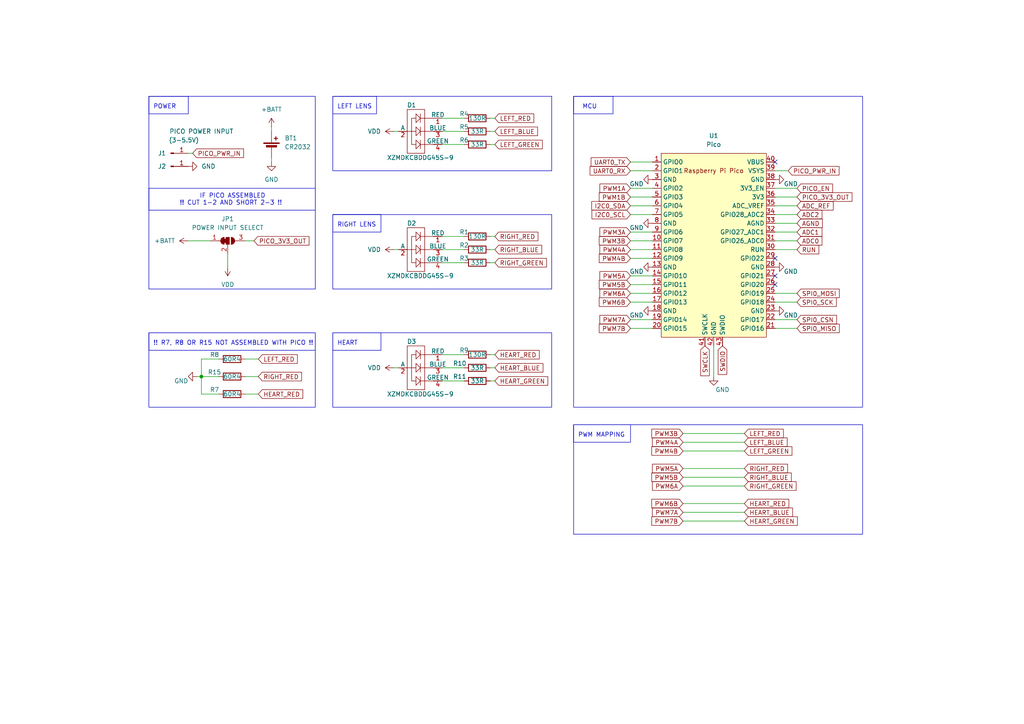
<source format=kicad_sch>
(kicad_sch (version 20230121) (generator eeschema)
  (paper "A4")
  (title_block (title "NCSC-FI Cyberalpakka Badge") (date "2024-01-25") (rev "6") (company "Traficom") (comment 3 "heikki.juva@traficom.fi") (comment 4 "Heikki Juva"))
  (lib_symbols
    (symbol "Connector:Conn_01x01_Pin" (pin_names (offset 1.016) hide)
      (property "Reference" "J" (at 0 2.54 0))
      (property "Value" "Conn_01x01_Pin" (at 0 -2.54 0))
      (symbol "Conn_01x01_Pin_1_1"
        (polyline (pts (xy 1.27 0) (xy 0.8636 0)) (stroke (width 0.1524)))
        (rectangle (start 0.8636 0.127) (end 0 -0.127) (stroke (width 0.1524)) (fill (type outline)))
        (pin passive line (at 5.08 0 180) (length 3.81) (name "Pin_1") (number "1"))
      )
    )
    (symbol "Cyberalpakka_kicad_symbols:RGB_LED" (pin_names (offset 0))
      (property "Reference" "D" (at -3.81 7.62 0))
      (property "Value" "XZMDKCBDDG45S-9" (at -2.54 -8.89 0))
      (symbol "RGB_LED_0_1"
        (rectangle (start -3.81 6.35) (end 1.27 -6.35))
        (polyline (pts (xy -2.54 0) (xy -1.27 0)))
        (polyline (pts (xy 0 -3.81) (xy 3.81 -3.81)))
        (polyline (pts (xy 0 -2.54) (xy 0 -5.08)))
        (polyline (pts (xy 0 0) (xy 3.81 0)))
        (polyline (pts (xy 0 1.27) (xy 0 -1.27)))
        (polyline (pts (xy 0 3.81) (xy 3.81 3.81)))
        (polyline (pts (xy 0 5.08) (xy 0 2.54)))
        (polyline (pts (xy -2.54 0) (xy -2.54 -3.81) (xy -1.27 -3.81)))
        (polyline (pts (xy -3.81 0) (xy -2.54 0) (xy -2.54 3.81) (xy -1.27 3.81)))
        (polyline (pts (xy -1.27 -2.54) (xy -1.27 -5.08) (xy 0 -3.81) (xy -1.27 -2.54)))
        (polyline (pts (xy -1.27 1.27) (xy -1.27 -1.27) (xy 0 0) (xy -1.27 1.27)))
        (polyline (pts (xy -1.27 5.08) (xy -1.27 2.54) (xy 0 3.81) (xy -1.27 5.08)))
      )
      (symbol "RGB_LED_1_1"
        (pin input line (at 6.35 3.81 180) (length 2.54) (name "RED") (number "1"))
        (pin input line (at -6.35 0 0) (length 2.54) (name "A") (number "2"))
        (pin input line (at 6.35 0 180) (length 2.54) (name "BLUE") (number "3"))
        (pin input line (at 6.35 -3.81 180) (length 2.54) (name "GREEN") (number "4"))
      )
    )
    (symbol "Device:Battery_Cell" (pin_numbers hide) (pin_names (offset 0) hide)
      (property "Reference" "BT" (at 2.54 2.54 0))
      (property "Value" "Battery_Cell" (at 2.54 0 0))
      (symbol "Battery_Cell_0_1"
        (rectangle (start -2.286 1.778) (end 2.286 1.524) (fill (type outline)))
        (rectangle (start -1.524 1.016) (end 1.524 0.508) (fill (type outline)))
        (polyline (pts (xy 0 0.762) (xy 0 0)))
        (polyline (pts (xy 0 1.778) (xy 0 2.54)))
        (polyline (pts (xy 0.762 3.048) (xy 1.778 3.048)) (stroke (width 0.254)))
        (polyline (pts (xy 1.27 3.556) (xy 1.27 2.54)) (stroke (width 0.254)))
      )
      (symbol "Battery_Cell_1_1"
        (pin passive line (at 0 5.08 270) (length 2.54) (name "+") (number "1"))
        (pin passive line (at 0 -2.54 90) (length 2.54) (name "-") (number "2"))
      )
    )
    (symbol "Device:R" (pin_numbers hide) (pin_names (offset 0))
      (property "Reference" "R" (at 2.032 0 90))
      (property "Value" "R" (at 0 0 90))
      (symbol "R_0_1"
        (rectangle (start -1.016 -2.54) (end 1.016 2.54) (stroke (width 0.254)))
      )
      (symbol "R_1_1"
        (pin passive line (at 0 3.81 270) (length 1.27) (name "~") (number "1"))
        (pin passive line (at 0 -3.81 90) (length 1.27) (name "~") (number "2"))
      )
    )
    (symbol "Jumper:SolderJumper_3_Bridged12" (pin_names (offset 0) hide)
      (property "Reference" "JP" (at -2.54 -2.54 0))
      (property "Value" "SolderJumper_3_Bridged12" (at 0 2.794 0))
      (symbol "SolderJumper_3_Bridged12_0_1"
        (rectangle (start -1.016 0.508) (end -0.508 -0.508) (fill (type outline)))
        (arc (start -1.016 1.016) (mid -2.0276 0) (end -1.016 -1.016))
        (arc (start -1.016 1.016) (mid -2.0276 0) (end -1.016 -1.016) (fill (type outline)))
        (rectangle (start -0.508 1.016) (end 0.508 -1.016) (fill (type outline)))
        (polyline (pts (xy -2.54 0) (xy -2.032 0)))
        (polyline (pts (xy -1.016 1.016) (xy -1.016 -1.016)))
        (polyline (pts (xy 0 -1.27) (xy 0 -1.016)))
        (polyline (pts (xy 1.016 1.016) (xy 1.016 -1.016)))
        (polyline (pts (xy 2.54 0) (xy 2.032 0)))
        (arc (start 1.016 -1.016) (mid 2.0276 0) (end 1.016 1.016))
        (arc (start 1.016 -1.016) (mid 2.0276 0) (end 1.016 1.016) (fill (type outline)))
      )
      (symbol "SolderJumper_3_Bridged12_1_1"
        (pin passive line (at -5.08 0 0) (length 2.54) (name "A") (number "1"))
        (pin passive line (at 0 -3.81 90) (length 2.54) (name "C") (number "2"))
        (pin passive line (at 5.08 0 180) (length 2.54) (name "B") (number "3"))
      )
    )
    (symbol "MCU_RaspberryPi_and_Boards:Pico"
      (property "Reference" "U" (at -13.97 27.94 0))
      (property "Value" "Pico" (at 0 19.05 0))
      (symbol "Pico_0_0"
        (text "Raspberry Pi Pico" (at 0 21.59 0) (effects (font (size 1.27 1.27))))
      )
      (symbol "Pico_0_1"
        (rectangle (start -15.24 26.67) (end 15.24 -26.67) (fill (type background)))
      )
      (symbol "Pico_1_1"
        (pin bidirectional line (at -17.78 24.13 0) (length 2.54) (name "GPIO0") (number "1"))
        (pin bidirectional line (at -17.78 1.27 0) (length 2.54) (name "GPIO7") (number "10"))
        (pin bidirectional line (at -17.78 -1.27 0) (length 2.54) (name "GPIO8") (number "11"))
        (pin bidirectional line (at -17.78 -3.81 0) (length 2.54) (name "GPIO9") (number "12"))
        (pin power_in line (at -17.78 -6.35 0) (length 2.54) (name "GND") (number "13"))
        (pin bidirectional line (at -17.78 -8.89 0) (length 2.54) (name "GPIO10") (number "14"))
        (pin bidirectional line (at -17.78 -11.43 0) (length 2.54) (name "GPIO11") (number "15"))
        (pin bidirectional line (at -17.78 -13.97 0) (length 2.54) (name "GPIO12") (number "16"))
        (pin bidirectional line (at -17.78 -16.51 0) (length 2.54) (name "GPIO13") (number "17"))
        (pin power_in line (at -17.78 -19.05 0) (length 2.54) (name "GND") (number "18"))
        (pin bidirectional line (at -17.78 -21.59 0) (length 2.54) (name "GPIO14") (number "19"))
        (pin bidirectional line (at -17.78 21.59 0) (length 2.54) (name "GPIO1") (number "2"))
        (pin bidirectional line (at -17.78 -24.13 0) (length 2.54) (name "GPIO15") (number "20"))
        (pin bidirectional line (at 17.78 -24.13 180) (length 2.54) (name "GPIO16") (number "21"))
        (pin bidirectional line (at 17.78 -21.59 180) (length 2.54) (name "GPIO17") (number "22"))
        (pin power_in line (at 17.78 -19.05 180) (length 2.54) (name "GND") (number "23"))
        (pin bidirectional line (at 17.78 -16.51 180) (length 2.54) (name "GPIO18") (number "24"))
        (pin bidirectional line (at 17.78 -13.97 180) (length 2.54) (name "GPIO19") (number "25"))
        (pin bidirectional line (at 17.78 -11.43 180) (length 2.54) (name "GPIO20") (number "26"))
        (pin bidirectional line (at 17.78 -8.89 180) (length 2.54) (name "GPIO21") (number "27"))
        (pin power_in line (at 17.78 -6.35 180) (length 2.54) (name "GND") (number "28"))
        (pin bidirectional line (at 17.78 -3.81 180) (length 2.54) (name "GPIO22") (number "29"))
        (pin power_in line (at -17.78 19.05 0) (length 2.54) (name "GND") (number "3"))
        (pin input line (at 17.78 -1.27 180) (length 2.54) (name "RUN") (number "30"))
        (pin bidirectional line (at 17.78 1.27 180) (length 2.54) (name "GPIO26_ADC0") (number "31"))
        (pin bidirectional line (at 17.78 3.81 180) (length 2.54) (name "GPIO27_ADC1") (number "32"))
        (pin power_in line (at 17.78 6.35 180) (length 2.54) (name "AGND") (number "33"))
        (pin bidirectional line (at 17.78 8.89 180) (length 2.54) (name "GPIO28_ADC2") (number "34"))
        (pin power_in line (at 17.78 11.43 180) (length 2.54) (name "ADC_VREF") (number "35"))
        (pin power_in line (at 17.78 13.97 180) (length 2.54) (name "3V3") (number "36"))
        (pin input line (at 17.78 16.51 180) (length 2.54) (name "3V3_EN") (number "37"))
        (pin bidirectional line (at 17.78 19.05 180) (length 2.54) (name "GND") (number "38"))
        (pin power_in line (at 17.78 21.59 180) (length 2.54) (name "VSYS") (number "39"))
        (pin bidirectional line (at -17.78 16.51 0) (length 2.54) (name "GPIO2") (number "4"))
        (pin power_in line (at 17.78 24.13 180) (length 2.54) (name "VBUS") (number "40"))
        (pin input line (at -2.54 -29.21 90) (length 2.54) (name "SWCLK") (number "41"))
        (pin power_in line (at 0 -29.21 90) (length 2.54) (name "GND") (number "42"))
        (pin bidirectional line (at 2.54 -29.21 90) (length 2.54) (name "SWDIO") (number "43"))
        (pin bidirectional line (at -17.78 13.97 0) (length 2.54) (name "GPIO3") (number "5"))
        (pin bidirectional line (at -17.78 11.43 0) (length 2.54) (name "GPIO4") (number "6"))
        (pin bidirectional line (at -17.78 8.89 0) (length 2.54) (name "GPIO5") (number "7"))
        (pin power_in line (at -17.78 6.35 0) (length 2.54) (name "GND") (number "8"))
        (pin bidirectional line (at -17.78 3.81 0) (length 2.54) (name "GPIO6") (number "9"))
      )
    )
    (symbol "power:+BATT" (power) (pin_names (offset 0))
      (property "Value" "+BATT" (at 0 3.556 0))
      (symbol "+BATT_0_1"
        (polyline (pts (xy -0.762 1.27) (xy 0 2.54)))
        (polyline (pts (xy 0 0) (xy 0 2.54)))
        (polyline (pts (xy 0 2.54) (xy 0.762 1.27)))
      )
      (symbol "+BATT_1_1"
        (pin power_in line (at 0 0 90) (length 0) hide (name "+BATT") (number "1"))
      )
    )
    (symbol "power:GND" (power) (pin_names (offset 0))
      (property "Value" "GND" (at 0 -3.81 0))
      (symbol "GND_0_1"
        (polyline (pts (xy 0 0) (xy 0 -1.27) (xy 1.27 -1.27) (xy 0 -2.54) (xy -1.27 -1.27) (xy 0 -1.27)))
      )
      (symbol "GND_1_1"
        (pin power_in line (at 0 0 270) (length 0) hide (name "GND") (number "1"))
      )
    )
    (symbol "power:VDD" (power) (pin_names (offset 0))
      (property "Value" "VDD" (at 0 3.81 0))
      (symbol "VDD_0_1"
        (polyline (pts (xy -0.762 1.27) (xy 0 2.54)))
        (polyline (pts (xy 0 0) (xy 0 2.54)))
        (polyline (pts (xy 0 2.54) (xy 0.762 1.27)))
      )
      (symbol "VDD_1_1"
        (pin power_in line (at 0 0 90) (length 0) hide (name "VDD") (number "1"))
      )
    )
  )
  (junction (at 58.42 109.22))
  (no_connect (at 224.79 82.55))
  (no_connect (at 224.79 74.93))
  (no_connect (at 224.79 46.99))
  (no_connect (at 224.79 80.01))
  (wire (pts (xy 128.27 41.91) (xy 134.62 41.91)))
  (wire (pts (xy 231.14 87.63) (xy 224.79 87.63)))
  (wire (pts (xy 224.79 49.53) (xy 228.6 49.53)))
  (wire (pts (xy 142.24 68.58) (xy 143.51 68.58)))
  (wire (pts (xy 71.12 69.85) (xy 73.66 69.85)))
  (wire (pts (xy 231.14 92.71) (xy 224.79 92.71)))
  (wire (pts (xy 182.88 74.93) (xy 189.23 74.93)))
  (wire (pts (xy 198.12 128.27) (xy 215.9 128.27)))
  (wire (pts (xy 58.42 114.3) (xy 58.42 109.22)))
  (wire (pts (xy 142.24 41.91) (xy 143.51 41.91)))
  (wire (pts (xy 142.24 76.2) (xy 143.51 76.2)))
  (wire (pts (xy 224.79 69.85) (xy 231.14 69.85)))
  (wire (pts (xy 71.12 114.3) (xy 74.93 114.3)))
  (wire (pts (xy 128.27 76.2) (xy 134.62 76.2)))
  (wire (pts (xy 182.88 72.39) (xy 189.23 72.39)))
  (wire (pts (xy 198.12 146.05) (xy 215.9 146.05)))
  (wire (pts (xy 182.88 69.85) (xy 189.23 69.85)))
  (wire (pts (xy 128.27 106.68) (xy 134.62 106.68)))
  (wire (pts (xy 182.88 80.01) (xy 189.23 80.01)))
  (wire (pts (xy 207.01 109.22) (xy 207.01 100.33)))
  (wire (pts (xy 142.24 102.87) (xy 143.51 102.87)))
  (wire (pts (xy 231.14 85.09) (xy 224.79 85.09)))
  (wire (pts (xy 182.88 95.25) (xy 189.23 95.25)))
  (wire (pts (xy 128.27 34.29) (xy 134.62 34.29)))
  (wire (pts (xy 71.12 109.22) (xy 74.93 109.22)))
  (wire (pts (xy 182.88 57.15) (xy 189.23 57.15)))
  (wire (pts (xy 114.3 38.1) (xy 115.57 38.1)))
  (wire (pts (xy 182.88 59.69) (xy 189.23 59.69)))
  (wire (pts (xy 182.88 62.23) (xy 189.23 62.23)))
  (wire (pts (xy 128.27 38.1) (xy 134.62 38.1)))
  (wire (pts (xy 198.12 151.13) (xy 215.9 151.13)))
  (wire (pts (xy 58.42 104.14) (xy 58.42 109.22)))
  (wire (pts (xy 142.24 110.49) (xy 143.51 110.49)))
  (wire (pts (xy 224.79 62.23) (xy 231.14 62.23)))
  (wire (pts (xy 128.27 68.58) (xy 134.62 68.58)))
  (wire (pts (xy 142.24 34.29) (xy 143.51 34.29)))
  (wire (pts (xy 55.88 44.45) (xy 54.61 44.45)))
  (wire (pts (xy 182.88 87.63) (xy 189.23 87.63)))
  (wire (pts (xy 142.24 38.1) (xy 143.51 38.1)))
  (wire (pts (xy 58.42 109.22) (xy 63.5 109.22)))
  (wire (pts (xy 182.88 82.55) (xy 189.23 82.55)))
  (wire (pts (xy 63.5 114.3) (xy 58.42 114.3)))
  (wire (pts (xy 182.88 46.99) (xy 189.23 46.99)))
  (wire (pts (xy 74.93 104.14) (xy 71.12 104.14)))
  (wire (pts (xy 231.14 95.25) (xy 224.79 95.25)))
  (wire (pts (xy 142.24 72.39) (xy 143.51 72.39)))
  (wire (pts (xy 114.3 106.68) (xy 115.57 106.68)))
  (wire (pts (xy 78.74 45.72) (xy 78.74 46.99)))
  (wire (pts (xy 78.74 36.83) (xy 78.74 38.1)))
  (wire (pts (xy 182.88 54.61) (xy 189.23 54.61)))
  (wire (pts (xy 63.5 104.14) (xy 58.42 104.14)))
  (wire (pts (xy 198.12 138.43) (xy 215.9 138.43)))
  (wire (pts (xy 224.79 54.61) (xy 231.14 54.61)))
  (wire (pts (xy 182.88 67.31) (xy 189.23 67.31)))
  (wire (pts (xy 224.79 59.69) (xy 231.14 59.69)))
  (wire (pts (xy 198.12 125.73) (xy 215.9 125.73)))
  (wire (pts (xy 54.61 69.85) (xy 60.96 69.85)))
  (wire (pts (xy 142.24 106.68) (xy 143.51 106.68)))
  (wire (pts (xy 182.88 49.53) (xy 189.23 49.53)))
  (wire (pts (xy 182.88 85.09) (xy 189.23 85.09)))
  (wire (pts (xy 198.12 130.81) (xy 215.9 130.81)))
  (wire (pts (xy 224.79 64.77) (xy 231.14 64.77)))
  (wire (pts (xy 198.12 140.97) (xy 215.9 140.97)))
  (wire (pts (xy 128.27 102.87) (xy 134.62 102.87)))
  (wire (pts (xy 198.12 135.89) (xy 215.9 135.89)))
  (wire (pts (xy 198.12 148.59) (xy 215.9 148.59)))
  (wire (pts (xy 114.3 72.39) (xy 115.57 72.39)))
  (wire (pts (xy 57.15 109.22) (xy 58.42 109.22)))
  (wire (pts (xy 224.79 67.31) (xy 231.14 67.31)))
  (wire (pts (xy 182.88 92.71) (xy 189.23 92.71)))
  (wire (pts (xy 128.27 72.39) (xy 134.62 72.39)))
  (wire (pts (xy 128.27 110.49) (xy 134.62 110.49)))
  (wire (pts (xy 224.79 72.39) (xy 231.14 72.39)))
  (wire (pts (xy 224.79 57.15) (xy 231.14 57.15)))
  (wire (pts (xy 66.04 73.66) (xy 66.04 77.47)))
  (rectangle (start 43.18 96.52) (end 91.44 101.6))
  (rectangle (start 96.52 96.52) (end 160.02 118.11))
  (rectangle (start 166.37 27.94) (end 177.8 33.02))
  (rectangle (start 166.37 123.19) (end 250.19 154.94))
  (rectangle (start 96.52 27.94) (end 160.02 49.53))
  (rectangle (start 43.18 96.52) (end 91.44 118.11))
  (rectangle (start 43.18 54.61) (end 91.44 60.96))
  (rectangle (start 166.37 27.94) (end 250.19 118.11))
  (rectangle (start 43.18 27.94) (end 91.44 83.82))
  (rectangle (start 96.52 62.23) (end 160.02 83.82))
  (rectangle (start 166.37 123.19) (end 182.88 128.27))
  (rectangle (start 96.52 96.52) (end 110.49 101.6))
  (rectangle (start 43.18 27.94) (end 54.61 33.02))
  (rectangle (start 96.52 62.23) (end 110.49 67.31))
  (rectangle (start 96.52 27.94) (end 109.22 33.02))
  (text "POWER" (at 44.45 31.75 0) (effects (font (size 1.27 1.27)) (justify left bottom)))
  (text "HEART" (at 97.79 100.33 0) (effects (font (size 1.27 1.27)) (justify left bottom)))
  (text "PWM MAPPING" (at 167.64 127 0) (effects (font (size 1.27 1.27)) (justify left bottom)))
  (text "MCU" (at 168.91 31.75 0) (effects (font (size 1.27 1.27)) (justify left bottom)))
  (text "      IF PICO ASSEMBLED\n!! CUT 1-2 AND SHORT 2-3 !!" (at 52.07 59.69 0) (effects (font (size 1.27 1.27)) (justify left bottom)))
  (text "LEFT LENS" (at 97.79 31.75 0) (effects (font (size 1.27 1.27)) (justify left bottom)))
  (text "!! R7, R8 OR R15 NOT ASSEMBLED WITH PICO !!" (at 44.45 100.33 0) (effects (font (size 1.27 1.27)) (justify left bottom)))
  (text "RIGHT LENS" (at 97.79 66.04 0) (effects (font (size 1.27 1.27)) (justify left bottom)))
  (global_label "SPI0_MISO" (shape input) (at 231.14 95.25 0) (property "Intersheetrefs" "${INTERSHEET_REFS}" (effects hide)))
  (global_label "ADC0" (shape input) (at 231.14 69.85 0) (property "Intersheetrefs" "${INTERSHEET_REFS}" (effects hide)))
  (global_label "PWM7A" (shape input) (at 198.12 148.59 180) (property "Intersheetrefs" "${INTERSHEET_REFS}" (effects hide)))
  (global_label "HEART_GREEN" (shape input) (at 143.51 110.49 0) (property "Intersheetrefs" "${INTERSHEET_REFS}" (effects hide)))
  (global_label "RIGHT_GREEN" (shape input) (at 143.51 76.2 0) (property "Intersheetrefs" "${INTERSHEET_REFS}" (effects hide)))
  (global_label "RIGHT_BLUE" (shape input) (at 215.9 138.43 0) (property "Intersheetrefs" "${INTERSHEET_REFS}" (effects hide)))
  (global_label "PWM3B" (shape input) (at 198.12 125.73 180) (property "Intersheetrefs" "${INTERSHEET_REFS}" (effects hide)))
  (global_label "HEART_RED" (shape input) (at 74.93 114.3 0) (property "Intersheetrefs" "${INTERSHEET_REFS}" (effects hide)))
  (global_label "PICO_PWR_IN" (shape input) (at 55.88 44.45 0) (property "Intersheetrefs" "${INTERSHEET_REFS}" (effects hide)))
  (global_label "I2C0_SCL" (shape input) (at 182.88 62.23 180) (property "Intersheetrefs" "${INTERSHEET_REFS}" (effects hide)))
  (global_label "RIGHT_BLUE" (shape input) (at 143.51 72.39 0) (property "Intersheetrefs" "${INTERSHEET_REFS}" (effects hide)))
  (global_label "UART0_RX" (shape input) (at 182.88 49.53 180) (property "Intersheetrefs" "${INTERSHEET_REFS}" (effects hide)))
  (global_label "PWM6A" (shape input) (at 198.12 140.97 180) (property "Intersheetrefs" "${INTERSHEET_REFS}" (effects hide)))
  (global_label "PWM6B" (shape input) (at 182.88 87.63 180) (property "Intersheetrefs" "${INTERSHEET_REFS}" (effects hide)))
  (global_label "LEFT_BLUE" (shape input) (at 143.51 38.1 0) (property "Intersheetrefs" "${INTERSHEET_REFS}" (effects hide)))
  (global_label "PWM1A" (shape input) (at 182.88 54.61 180) (property "Intersheetrefs" "${INTERSHEET_REFS}" (effects hide)))
  (global_label "LEFT_GREEN" (shape input) (at 143.51 41.91 0) (property "Intersheetrefs" "${INTERSHEET_REFS}" (effects hide)))
  (global_label "RUN" (shape input) (at 231.14 72.39 0) (property "Intersheetrefs" "${INTERSHEET_REFS}" (effects hide)))
  (global_label "I2C0_SDA" (shape input) (at 182.88 59.69 180) (property "Intersheetrefs" "${INTERSHEET_REFS}" (effects hide)))
  (global_label "PICO_3V3_OUT" (shape input) (at 231.14 57.15 0) (property "Intersheetrefs" "${INTERSHEET_REFS}" (effects hide)))
  (global_label "PWM7B" (shape input) (at 182.88 95.25 180) (property "Intersheetrefs" "${INTERSHEET_REFS}" (effects hide)))
  (global_label "LEFT_RED" (shape input) (at 74.93 104.14 0) (property "Intersheetrefs" "${INTERSHEET_REFS}" (effects hide)))
  (global_label "AGND" (shape input) (at 231.14 64.77 0) (property "Intersheetrefs" "${INTERSHEET_REFS}" (effects hide)))
  (global_label "SPI0_SCK" (shape input) (at 231.14 87.63 0) (property "Intersheetrefs" "${INTERSHEET_REFS}" (effects hide)))
  (global_label "PWM5B" (shape input) (at 182.88 82.55 180) (property "Intersheetrefs" "${INTERSHEET_REFS}" (effects hide)))
  (global_label "PWM1B" (shape input) (at 182.88 57.15 180) (property "Intersheetrefs" "${INTERSHEET_REFS}" (effects hide)))
  (global_label "LEFT_BLUE" (shape input) (at 215.9 128.27 0) (property "Intersheetrefs" "${INTERSHEET_REFS}" (effects hide)))
  (global_label "LEFT_GREEN" (shape input) (at 215.9 130.81 0) (property "Intersheetrefs" "${INTERSHEET_REFS}" (effects hide)))
  (global_label "UART0_TX" (shape input) (at 182.88 46.99 180) (property "Intersheetrefs" "${INTERSHEET_REFS}" (effects hide)))
  (global_label "PWM4A" (shape input) (at 198.12 128.27 180) (property "Intersheetrefs" "${INTERSHEET_REFS}" (effects hide)))
  (global_label "PWM3B" (shape input) (at 182.88 69.85 180) (property "Intersheetrefs" "${INTERSHEET_REFS}" (effects hide)))
  (global_label "PWM6B" (shape input) (at 198.12 146.05 180) (property "Intersheetrefs" "${INTERSHEET_REFS}" (effects hide)))
  (global_label "HEART_RED" (shape input) (at 143.51 102.87 0) (property "Intersheetrefs" "${INTERSHEET_REFS}" (effects hide)))
  (global_label "RIGHT_RED" (shape input) (at 143.51 68.58 0) (property "Intersheetrefs" "${INTERSHEET_REFS}" (effects hide)))
  (global_label "PWM4B" (shape input) (at 182.88 74.93 180) (property "Intersheetrefs" "${INTERSHEET_REFS}" (effects hide)))
  (global_label "PICO_3V3_OUT" (shape input) (at 73.66 69.85 0) (property "Intersheetrefs" "${INTERSHEET_REFS}" (effects hide)))
  (global_label "HEART_RED" (shape input) (at 215.9 146.05 0) (property "Intersheetrefs" "${INTERSHEET_REFS}" (effects hide)))
  (global_label "ADC1" (shape input) (at 231.14 67.31 0) (property "Intersheetrefs" "${INTERSHEET_REFS}" (effects hide)))
  (global_label "RIGHT_RED" (shape input) (at 74.93 109.22 0) (property "Intersheetrefs" "${INTERSHEET_REFS}" (effects hide)))
  (global_label "PICO_EN" (shape input) (at 231.14 54.61 0) (property "Intersheetrefs" "${INTERSHEET_REFS}" (effects hide)))
  (global_label "HEART_BLUE" (shape input) (at 143.51 106.68 0) (property "Intersheetrefs" "${INTERSHEET_REFS}" (effects hide)))
  (global_label "HEART_BLUE" (shape input) (at 215.9 148.59 0) (property "Intersheetrefs" "${INTERSHEET_REFS}" (effects hide)))
  (global_label "LEFT_RED" (shape input) (at 143.51 34.29 0) (property "Intersheetrefs" "${INTERSHEET_REFS}" (effects hide)))
  (global_label "SWDIO" (shape input) (at 209.55 100.33 270) (property "Intersheetrefs" "${INTERSHEET_REFS}" (effects hide)))
  (global_label "PICO_PWR_IN" (shape input) (at 228.6 49.53 0) (property "Intersheetrefs" "${INTERSHEET_REFS}" (effects hide)))
  (global_label "PWM5B" (shape input) (at 198.12 138.43 180) (property "Intersheetrefs" "${INTERSHEET_REFS}" (effects hide)))
  (global_label "PWM4B" (shape input) (at 198.12 130.81 180) (property "Intersheetrefs" "${INTERSHEET_REFS}" (effects hide)))
  (global_label "ADC2" (shape input) (at 231.14 62.23 0) (property "Intersheetrefs" "${INTERSHEET_REFS}" (effects hide)))
  (global_label "HEART_GREEN" (shape input) (at 215.9 151.13 0) (property "Intersheetrefs" "${INTERSHEET_REFS}" (effects hide)))
  (global_label "SPI0_CSN" (shape input) (at 231.14 92.71 0) (property "Intersheetrefs" "${INTERSHEET_REFS}" (effects hide)))
  (global_label "SWCLK" (shape input) (at 204.47 100.33 270) (property "Intersheetrefs" "${INTERSHEET_REFS}" (effects hide)))
  (global_label "ADC_REF" (shape input) (at 231.14 59.69 0) (property "Intersheetrefs" "${INTERSHEET_REFS}" (effects hide)))
  (global_label "SPI0_MOSI" (shape input) (at 231.14 85.09 0) (property "Intersheetrefs" "${INTERSHEET_REFS}" (effects hide)))
  (global_label "PWM5A" (shape input) (at 182.88 80.01 180) (property "Intersheetrefs" "${INTERSHEET_REFS}" (effects hide)))
  (global_label "RIGHT_GREEN" (shape input) (at 215.9 140.97 0) (property "Intersheetrefs" "${INTERSHEET_REFS}" (effects hide)))
  (global_label "PWM7A" (shape input) (at 182.88 92.71 180) (property "Intersheetrefs" "${INTERSHEET_REFS}" (effects hide)))
  (global_label "PWM5A" (shape input) (at 198.12 135.89 180) (property "Intersheetrefs" "${INTERSHEET_REFS}" (effects hide)))
  (global_label "RIGHT_RED" (shape input) (at 215.9 135.89 0) (property "Intersheetrefs" "${INTERSHEET_REFS}" (effects hide)))
  (global_label "PWM4A" (shape input) (at 182.88 72.39 180) (property "Intersheetrefs" "${INTERSHEET_REFS}" (effects hide)))
  (global_label "LEFT_RED" (shape input) (at 215.9 125.73 0) (property "Intersheetrefs" "${INTERSHEET_REFS}" (effects hide)))
  (global_label "PWM7B" (shape input) (at 198.12 151.13 180) (property "Intersheetrefs" "${INTERSHEET_REFS}" (effects hide)))
  (global_label "PWM6A" (shape input) (at 182.88 85.09 180) (property "Intersheetrefs" "${INTERSHEET_REFS}" (effects hide)))
  (global_label "PWM3A" (shape input) (at 182.88 67.31 180) (property "Intersheetrefs" "${INTERSHEET_REFS}" (effects hide)))
  (symbol (lib_id "power:GND") (at 189.23 52.07 270) (unit 1)
    (property "Reference" "#PWR015" (effects hide))
    (property "Value" "GND" (at 186.69 53.34 90) (effects (justify right)))
  )
  (symbol (lib_id "Device:R") (at 138.43 72.39 90) (unit 1)
    (property "Reference" "R2" (at 134.62 71.12 90))
    (property "Value" "33R" (at 138.43 72.39 90))
    (property "Footprint" "Resistor_SMD:R_0603_1608Metric" (effects hide))
  )
  (symbol (lib_id "Device:R") (at 138.43 102.87 90) (unit 1)
    (property "Reference" "R9" (at 134.62 101.6 90))
    (property "Value" "130R" (at 138.43 102.87 90))
    (property "Footprint" "Resistor_SMD:R_0603_1608Metric" (effects hide))
  )
  (symbol (lib_id "Device:R") (at 67.31 104.14 90) (unit 1)
    (property "Reference" "R8" (at 62.23 102.87 90))
    (property "Value" "60R4" (at 67.31 104.14 90))
    (property "Footprint" "Resistor_SMD:R_0603_1608Metric" (effects hide))
  )
  (symbol (lib_id "Device:R") (at 138.43 106.68 90) (unit 1)
    (property "Reference" "R10" (at 133.35 105.41 90))
    (property "Value" "33R" (at 138.43 106.68 90))
    (property "Footprint" "Resistor_SMD:R_0603_1608Metric" (effects hide))
  )
  (symbol (lib_id "power:GND") (at 189.23 64.77 270) (unit 1)
    (property "Reference" "#PWR020" (effects hide))
    (property "Value" "GND" (at 186.69 66.04 90) (effects (justify right)))
  )
  (symbol (lib_id "power:GND") (at 189.23 77.47 270) (unit 1)
    (property "Reference" "#PWR019" (effects hide))
    (property "Value" "GND" (at 186.69 78.74 90) (effects (justify right)))
  )
  (symbol (lib_id "power:GND") (at 224.79 77.47 90) (unit 1)
    (property "Reference" "#PWR016" (effects hide))
    (property "Value" "GND" (at 227.33 78.74 90) (effects (justify right)))
  )
  (symbol (lib_id "Cyberalpakka_kicad_symbols:RGB_LED") (at 121.92 38.1 0) (unit 1)
    (property "Reference" "D1" (at 119.38 30.48 0))
    (property "Value" "XZMDKCBDDG45S-9" (at 121.92 45.72 0))
    (property "Footprint" "Cyberalpakka_kicad_lib:RGB LED" (effects hide))
    (property "Datasheet" "https://www.sunledusa.com/products/spec/XZMDKCBDDG45S-9.pdf" (effects hide))
  )
  (symbol (lib_id "power:GND") (at 189.23 90.17 270) (unit 1)
    (property "Reference" "#PWR018" (effects hide))
    (property "Value" "GND" (at 186.69 91.44 90) (effects (justify right)))
  )
  (symbol (lib_id "Device:R") (at 138.43 76.2 90) (unit 1)
    (property "Reference" "R3" (at 134.62 74.93 90))
    (property "Value" "33R" (at 138.43 76.2 90))
    (property "Footprint" "Resistor_SMD:R_0603_1608Metric" (effects hide))
  )
  (symbol (lib_id "power:VDD") (at 114.3 72.39 90) (unit 1)
    (property "Reference" "#PWR03" (effects hide))
    (property "Value" "VDD" (at 110.49 72.39 90) (effects (justify left)))
  )
  (symbol (lib_id "Device:R") (at 138.43 41.91 90) (unit 1)
    (property "Reference" "R6" (at 134.62 40.64 90))
    (property "Value" "33R" (at 138.43 41.91 90))
    (property "Footprint" "Resistor_SMD:R_0603_1608Metric" (effects hide))
  )
  (symbol (lib_id "Device:R") (at 67.31 114.3 90) (unit 1)
    (property "Reference" "R7" (at 62.23 113.03 90))
    (property "Value" "60R4" (at 67.31 114.3 90))
    (property "Footprint" "Resistor_SMD:R_0603_1608Metric" (effects hide))
  )
  (symbol (lib_id "Connector:Conn_01x01_Pin") (at 49.53 48.26 0) (unit 1)
    (property "Reference" "J2" (at 46.99 48.26 0))
    (property "Value" "(3-5.5V)" (at 53.34 40.64 0))
    (property "Footprint" "Connector_Wire:SolderWirePad_1x01_SMD_5x10mm" (effects hide))
  )
  (symbol (lib_id "power:VDD") (at 66.04 77.47 180) (unit 1)
    (property "Reference" "#PWR06" (effects hide))
    (property "Value" "VDD" (at 66.04 82.55 0))
  )
  (symbol (lib_id "power:GND") (at 54.61 48.26 90) (unit 1)
    (property "Reference" "#PWR07" (effects hide))
    (property "Value" "GND" (at 58.42 48.26 90) (effects (justify right)))
  )
  (symbol (lib_id "Device:Battery_Cell") (at 78.74 43.18 0) (unit 1)
    (property "Reference" "BT1" (at 82.55 40.0685 0) (effects (justify left)))
    (property "Value" "CR2032" (at 82.55 42.6085 0) (effects (justify left)))
    (property "Footprint" "Battery:BatteryHolder_Keystone_3002_1x2032" (effects hide))
  )
  (symbol (lib_id "Cyberalpakka_kicad_symbols:RGB_LED") (at 121.92 72.39 0) (unit 1)
    (property "Reference" "D2" (at 119.38 64.77 0))
    (property "Value" "XZMDKCBDDG45S-9" (at 121.92 80.01 0))
    (property "Footprint" "Cyberalpakka_kicad_lib:RGB LED" (effects hide))
    (property "Datasheet" "https://www.sunledusa.com/products/spec/XZMDKCBDDG45S-9.pdf" (effects hide))
  )
  (symbol (lib_id "Device:R") (at 138.43 34.29 90) (unit 1)
    (property "Reference" "R4" (at 134.62 33.02 90))
    (property "Value" "130R" (at 138.43 34.29 90))
    (property "Footprint" "Resistor_SMD:R_0603_1608Metric" (effects hide))
  )
  (symbol (lib_id "power:VDD") (at 114.3 38.1 90) (unit 1)
    (property "Reference" "#PWR02" (effects hide))
    (property "Value" "VDD" (at 110.49 38.1 90) (effects (justify left)))
  )
  (symbol (lib_id "power:+BATT") (at 78.74 36.83 0) (unit 1)
    (property "Reference" "#PWR01" (effects hide))
    (property "Value" "+BATT" (at 78.74 31.75 0))
  )
  (symbol (lib_id "power:GND") (at 57.15 109.22 270) (unit 1)
    (property "Reference" "#PWR013" (effects hide))
    (property "Value" "GND" (at 54.61 110.49 90) (effects (justify right)))
  )
  (symbol (lib_id "power:GND") (at 207.01 109.22 0) (unit 1)
    (property "Reference" "#PWR021" (effects hide))
    (property "Value" "GND" (at 209.55 113.03 0))
  )
  (symbol (lib_id "Device:R") (at 138.43 38.1 90) (unit 1)
    (property "Reference" "R5" (at 134.62 36.83 90))
    (property "Value" "33R" (at 138.43 38.1 90))
    (property "Footprint" "Resistor_SMD:R_0603_1608Metric" (effects hide))
  )
  (symbol (lib_id "Jumper:SolderJumper_3_Bridged12") (at 66.04 69.85 0) (unit 1)
    (property "Reference" "JP1" (at 66.04 63.5 0))
    (property "Value" "POWER INPUT SELECT" (at 66.04 66.04 0))
    (property "Footprint" "Jumper:SolderJumper-3_P1.3mm_Bridged12_Pad1.0x1.5mm_NumberLabels" (effects hide))
  )
  (symbol (lib_id "power:GND") (at 78.74 46.99 0) (unit 1)
    (property "Reference" "#PWR04" (effects hide))
    (property "Value" "GND" (at 78.74 52.07 0))
  )
  (symbol (lib_id "MCU_RaspberryPi_and_Boards:Pico") (at 207.01 71.12 0) (unit 1)
    (property "Reference" "U1" (at 207.01 39.37 0))
    (property "Value" "Pico" (at 207.01 41.91 0))
    (property "Footprint" "Cyberalpakka_kicad_lib:RPi_Pico_SMD_TH" (effects hide))
  )
  (symbol (lib_id "Device:R") (at 138.43 68.58 90) (unit 1)
    (property "Reference" "R1" (at 134.62 67.31 90))
    (property "Value" "130R" (at 138.43 68.58 90))
    (property "Footprint" "Resistor_SMD:R_0603_1608Metric" (effects hide))
  )
  (symbol (lib_id "power:VDD") (at 114.3 106.68 90) (unit 1)
    (property "Reference" "#PWR05" (effects hide))
    (property "Value" "VDD" (at 110.49 106.68 90) (effects (justify left)))
  )
  (symbol (lib_id "power:GND") (at 224.79 90.17 90) (unit 1)
    (property "Reference" "#PWR017" (effects hide))
    (property "Value" "GND" (at 227.33 91.44 90) (effects (justify right)))
  )
  (symbol (lib_id "Cyberalpakka_kicad_symbols:RGB_LED") (at 121.92 106.68 0) (unit 1)
    (property "Reference" "D3" (at 119.38 99.06 0))
    (property "Value" "XZMDKCBDDG45S-9" (at 121.92 114.3 0))
    (property "Footprint" "Cyberalpakka_kicad_lib:RGB LED" (effects hide))
    (property "Datasheet" "https://www.sunledusa.com/products/spec/XZMDKCBDDG45S-9.pdf" (effects hide))
  )
  (symbol (lib_id "power:GND") (at 224.79 52.07 90) (unit 1)
    (property "Reference" "#PWR022" (effects hide))
    (property "Value" "GND" (at 227.33 53.34 90) (effects (justify right)))
  )
  (symbol (lib_id "Device:R") (at 138.43 110.49 90) (unit 1)
    (property "Reference" "R11" (at 133.35 109.22 90))
    (property "Value" "33R" (at 138.43 110.49 90))
    (property "Footprint" "Resistor_SMD:R_0603_1608Metric" (effects hide))
  )
  (symbol (lib_id "Connector:Conn_01x01_Pin") (at 49.53 44.45 0) (unit 1)
    (property "Reference" "J1" (at 46.99 44.45 0))
    (property "Value" "PICO POWER INPUT" (at 58.42 38.1 0))
    (property "Footprint" "Connector_Wire:SolderWirePad_1x01_SMD_5x10mm" (effects hide))
  )
  (symbol (lib_id "Device:R") (at 67.31 109.22 90) (unit 1)
    (property "Reference" "R15" (at 62.23 107.95 90))
    (property "Value" "60R4" (at 67.31 109.22 90))
    (property "Footprint" "Resistor_SMD:R_0603_1608Metric" (effects hide))
  )
  (symbol (lib_id "power:+BATT") (at 54.61 69.85 90) (unit 1)
    (property "Reference" "#PWR028" (effects hide))
    (property "Value" "+BATT" (at 50.8 69.85 90) (effects (justify left)))
  )
)
</source>
